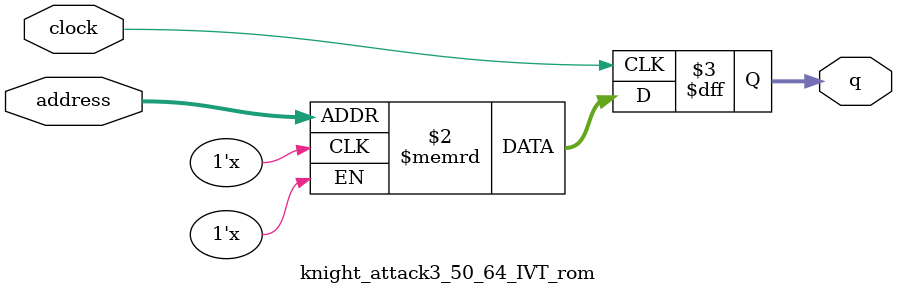
<source format=sv>
module knight_attack3_50_64_IVT_rom (
	input logic clock,
	input logic [11:0] address,
	output logic [2:0] q
);

logic [2:0] memory [0:3199] /* synthesis ram_init_file = "./knight_attack3_50_64_IVT/knight_attack3_50_64_IVT.mif" */;

always_ff @ (posedge clock) begin
	q <= memory[address];
end

endmodule

</source>
